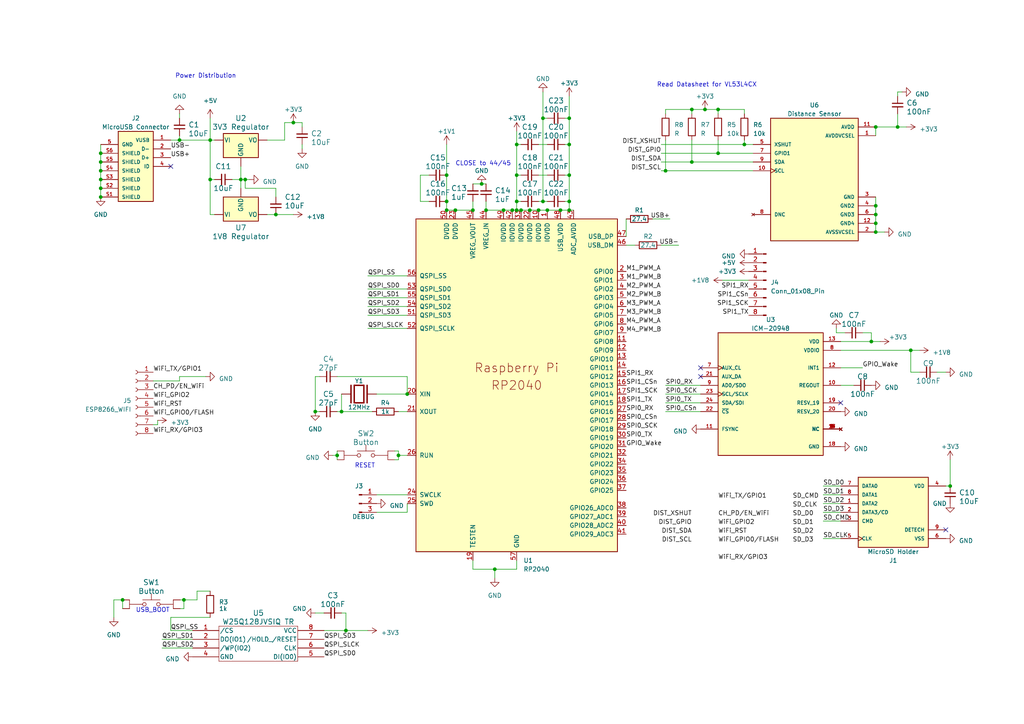
<source format=kicad_sch>
(kicad_sch (version 20230121) (generator eeschema)
  (paper "A4")
  (junction (at 29.21 44.45))
  (junction (at 69.85 52.07))
  (junction (at 165.1 50.8))
  (junction (at 260.35 36.83))
  (junction (at 208.28 31.75))
  (junction (at 149.86 41.91))
  (junction (at 254 62.23))
  (junction (at 149.86 50.8))
  (junction (at 52.07 40.64))
  (junction (at 129.54 58.42))
  (junction (at 157.48 58.42))
  (junction (at 165.1 58.42))
  (junction (at 275.59 140.97))
  (junction (at 149.86 58.42))
  (junction (at 156.21 60.96))
  (junction (at 162.56 60.96))
  (junction (at 165.1 41.91))
  (junction (at 100.33 182.88))
  (junction (at 132.08 60.96))
  (junction (at 264.16 101.6))
  (junction (at 115.57 132.08))
  (junction (at 143.51 165.1))
  (junction (at 99.06 119.38))
  (junction (at 200.66 31.75))
  (junction (at 118.11 114.3))
  (junction (at 60.96 40.64))
  (junction (at 71.12 52.07))
  (junction (at 60.96 52.07))
  (junction (at 29.21 46.99))
  (junction (at 151.13 60.96))
  (junction (at 140.97 60.96))
  (junction (at 139.7 53.34))
  (junction (at 129.54 50.8))
  (junction (at 29.21 54.61))
  (junction (at 165.1 60.96))
  (junction (at 254 64.77))
  (junction (at 129.54 60.96))
  (junction (at 29.21 49.53))
  (junction (at 254 59.69))
  (junction (at 252.73 99.06))
  (junction (at 35.56 173.99))
  (junction (at 146.05 60.96))
  (junction (at 208.28 44.45))
  (junction (at 149.86 60.96))
  (junction (at 91.44 119.38))
  (junction (at 193.04 49.53))
  (junction (at 97.79 132.08))
  (junction (at 158.75 60.96))
  (junction (at 254 67.31))
  (junction (at 204.47 31.75))
  (junction (at 29.21 52.07))
  (junction (at 153.67 60.96))
  (junction (at 53.34 173.99))
  (junction (at 215.9 41.91))
  (junction (at 200.66 46.99))
  (junction (at 85.09 35.56))
  (junction (at 29.21 57.15))
  (junction (at 165.1 34.29))
  (junction (at 80.01 62.23))
  (junction (at 148.59 60.96))
  (junction (at 254 36.83))
  (junction (at 157.48 34.29))
  (junction (at 137.16 60.96))
  (no_connect (at 49.53 48.26))
  (no_connect (at 243.84 116.84))
  (no_connect (at 274.32 153.67))
  (no_connect (at 203.2 106.68))
  (no_connect (at 203.2 109.22))
  (wire (pts (xy 115.57 132.08) (xy 118.11 132.08)))
  (wire (pts (xy 82.55 40.64) (xy 77.47 40.64)))
  (wire (pts (xy 191.77 71.12) (xy 196.85 71.12)))
  (wire (pts (xy 60.96 52.07) (xy 62.23 52.07)))
  (wire (pts (xy 165.1 34.29) (xy 165.1 41.91)))
  (wire (pts (xy 193.04 40.64) (xy 193.04 49.53)))
  (wire (pts (xy 200.66 40.64) (xy 200.66 46.99)))
  (wire (pts (xy 129.54 41.91) (xy 129.54 50.8)))
  (wire (pts (xy 29.21 49.53) (xy 29.21 52.07)))
  (wire (pts (xy 106.68 83.82) (xy 118.11 83.82)))
  (wire (pts (xy 29.21 54.61) (xy 29.21 57.15)))
  (wire (pts (xy 243.84 106.68) (xy 250.19 106.68)))
  (wire (pts (xy 82.55 35.56) (xy 82.55 40.64)))
  (wire (pts (xy 158.75 58.42) (xy 157.48 58.42)))
  (wire (pts (xy 193.04 33.02) (xy 193.04 31.75)))
  (wire (pts (xy 118.11 148.59) (xy 118.11 146.05)))
  (wire (pts (xy 143.51 165.1) (xy 143.51 167.64)))
  (wire (pts (xy 191.77 49.53) (xy 193.04 49.53)))
  (wire (pts (xy 193.04 119.38) (xy 203.2 119.38)))
  (wire (pts (xy 191.77 46.99) (xy 200.66 46.99)))
  (wire (pts (xy 157.48 34.29) (xy 157.48 58.42)))
  (wire (pts (xy 80.01 54.61) (xy 71.12 54.61)))
  (wire (pts (xy 165.1 41.91) (xy 163.83 41.91)))
  (wire (pts (xy 156.21 60.96) (xy 158.75 60.96)))
  (wire (pts (xy 118.11 114.3) (xy 118.11 109.22)))
  (wire (pts (xy 165.1 27.94) (xy 165.1 34.29)))
  (wire (pts (xy 33.02 173.99) (xy 35.56 173.99)))
  (wire (pts (xy 208.28 44.45) (xy 218.44 44.45)))
  (wire (pts (xy 124.46 50.8) (xy 121.92 50.8)))
  (wire (pts (xy 165.1 50.8) (xy 163.83 50.8)))
  (wire (pts (xy 243.84 99.06) (xy 252.73 99.06)))
  (wire (pts (xy 264.16 107.95) (xy 266.7 107.95)))
  (wire (pts (xy 200.66 31.75) (xy 204.47 31.75)))
  (wire (pts (xy 69.85 52.07) (xy 69.85 54.61)))
  (wire (pts (xy 97.79 130.81) (xy 97.79 132.08)))
  (wire (pts (xy 184.15 71.12) (xy 181.61 71.12)))
  (wire (pts (xy 200.66 31.75) (xy 200.66 33.02)))
  (wire (pts (xy 165.1 58.42) (xy 165.1 60.96)))
  (wire (pts (xy 254 64.77) (xy 254 67.31)))
  (wire (pts (xy 148.59 60.96) (xy 149.86 60.96)))
  (wire (pts (xy 149.86 60.96) (xy 151.13 60.96)))
  (wire (pts (xy 129.54 58.42) (xy 129.54 60.96)))
  (wire (pts (xy 157.48 26.67) (xy 157.48 34.29)))
  (wire (pts (xy 109.22 148.59) (xy 118.11 148.59)))
  (wire (pts (xy 91.44 109.22) (xy 91.44 119.38)))
  (wire (pts (xy 260.35 27.94) (xy 260.35 26.67)))
  (wire (pts (xy 132.08 60.96) (xy 137.16 60.96)))
  (wire (pts (xy 99.06 119.38) (xy 107.95 119.38)))
  (wire (pts (xy 208.28 31.75) (xy 215.9 31.75)))
  (wire (pts (xy 165.1 41.91) (xy 165.1 50.8)))
  (wire (pts (xy 106.68 86.36) (xy 118.11 86.36)))
  (wire (pts (xy 52.07 109.22) (xy 52.07 110.49)))
  (wire (pts (xy 208.28 33.02) (xy 208.28 31.75)))
  (wire (pts (xy 158.75 41.91) (xy 156.21 41.91)))
  (wire (pts (xy 193.04 114.3) (xy 203.2 114.3)))
  (wire (pts (xy 97.79 119.38) (xy 99.06 119.38)))
  (wire (pts (xy 238.76 140.97) (xy 243.84 140.97)))
  (wire (pts (xy 106.68 88.9) (xy 118.11 88.9)))
  (wire (pts (xy 106.68 95.25) (xy 118.11 95.25)))
  (wire (pts (xy 45.72 123.19) (xy 44.45 123.19)))
  (wire (pts (xy 143.51 165.1) (xy 149.86 165.1)))
  (wire (pts (xy 52.07 39.37) (xy 52.07 40.64)))
  (wire (pts (xy 209.55 81.28) (xy 217.17 81.28)))
  (wire (pts (xy 158.75 60.96) (xy 162.56 60.96)))
  (wire (pts (xy 69.85 52.07) (xy 71.12 52.07)))
  (wire (pts (xy 49.53 179.07) (xy 60.96 179.07)))
  (wire (pts (xy 57.15 173.99) (xy 57.15 171.45)))
  (wire (pts (xy 260.35 33.02) (xy 260.35 36.83)))
  (wire (pts (xy 139.7 53.34) (xy 140.97 53.34)))
  (wire (pts (xy 254 36.83) (xy 254 39.37)))
  (wire (pts (xy 49.53 182.88) (xy 55.88 182.88)))
  (wire (pts (xy 60.96 40.64) (xy 60.96 52.07)))
  (wire (pts (xy 146.05 60.96) (xy 148.59 60.96)))
  (wire (pts (xy 149.86 58.42) (xy 149.86 60.96)))
  (wire (pts (xy 115.57 119.38) (xy 118.11 119.38)))
  (wire (pts (xy 97.79 132.08) (xy 97.79 133.35)))
  (wire (pts (xy 100.33 177.8) (xy 100.33 182.88)))
  (wire (pts (xy 193.04 116.84) (xy 203.2 116.84)))
  (wire (pts (xy 52.07 110.49) (xy 44.45 110.49)))
  (wire (pts (xy 80.01 62.23) (xy 85.09 62.23)))
  (wire (pts (xy 165.1 50.8) (xy 165.1 58.42)))
  (wire (pts (xy 243.84 111.76) (xy 247.65 111.76)))
  (wire (pts (xy 71.12 54.61) (xy 71.12 52.07)))
  (wire (pts (xy 53.34 173.99) (xy 57.15 173.99)))
  (wire (pts (xy 137.16 162.56) (xy 137.16 165.1)))
  (wire (pts (xy 60.96 34.29) (xy 60.96 40.64)))
  (wire (pts (xy 106.68 91.44) (xy 118.11 91.44)))
  (wire (pts (xy 29.21 44.45) (xy 29.21 46.99)))
  (wire (pts (xy 215.9 40.64) (xy 215.9 41.91)))
  (wire (pts (xy 238.76 148.59) (xy 243.84 148.59)))
  (wire (pts (xy 59.69 109.22) (xy 52.07 109.22)))
  (wire (pts (xy 52.26 173.99) (xy 53.34 173.99)))
  (wire (pts (xy 91.44 119.38) (xy 92.71 119.38)))
  (wire (pts (xy 271.78 107.95) (xy 274.32 107.95)))
  (wire (pts (xy 165.1 58.42) (xy 163.83 58.42)))
  (wire (pts (xy 69.85 48.26) (xy 69.85 52.07)))
  (wire (pts (xy 151.13 50.8) (xy 149.86 50.8)))
  (wire (pts (xy 85.09 35.56) (xy 87.63 35.56)))
  (wire (pts (xy 109.22 143.51) (xy 118.11 143.51)))
  (wire (pts (xy 140.97 58.42) (xy 140.97 60.96)))
  (wire (pts (xy 157.48 34.29) (xy 158.75 34.29)))
  (wire (pts (xy 157.48 58.42) (xy 156.21 58.42)))
  (wire (pts (xy 238.76 143.51) (xy 243.84 143.51)))
  (wire (pts (xy 254 59.69) (xy 254 62.23)))
  (wire (pts (xy 53.34 173.99) (xy 53.34 176.53)))
  (wire (pts (xy 96.52 132.08) (xy 97.79 132.08)))
  (wire (pts (xy 93.98 182.88) (xy 100.33 182.88)))
  (wire (pts (xy 114.49 130.81) (xy 115.57 130.81)))
  (wire (pts (xy 106.68 80.01) (xy 118.11 80.01)))
  (wire (pts (xy 137.16 58.42) (xy 137.16 60.96)))
  (wire (pts (xy 189.23 63.5) (xy 194.31 63.5)))
  (wire (pts (xy 200.66 46.99) (xy 218.44 46.99)))
  (wire (pts (xy 215.9 41.91) (xy 218.44 41.91)))
  (wire (pts (xy 151.13 60.96) (xy 153.67 60.96)))
  (wire (pts (xy 87.63 41.91) (xy 87.63 43.18)))
  (wire (pts (xy 151.13 58.42) (xy 149.86 58.42)))
  (wire (pts (xy 52.07 33.02) (xy 52.07 34.29)))
  (wire (pts (xy 260.35 36.83) (xy 262.89 36.83)))
  (wire (pts (xy 238.76 156.21) (xy 243.84 156.21)))
  (wire (pts (xy 149.86 38.1) (xy 149.86 41.91)))
  (wire (pts (xy 215.9 31.75) (xy 215.9 33.02)))
  (wire (pts (xy 121.92 58.42) (xy 124.46 58.42)))
  (wire (pts (xy 250.19 96.52) (xy 252.73 96.52)))
  (wire (pts (xy 149.86 41.91) (xy 149.86 50.8)))
  (wire (pts (xy 163.83 34.29) (xy 165.1 34.29)))
  (wire (pts (xy 99.06 177.8) (xy 100.33 177.8)))
  (wire (pts (xy 52.07 40.64) (xy 60.96 40.64)))
  (wire (pts (xy 252.73 99.06) (xy 255.27 99.06)))
  (wire (pts (xy 71.12 52.07) (xy 72.39 52.07)))
  (wire (pts (xy 91.44 109.22) (xy 92.71 109.22)))
  (wire (pts (xy 242.57 96.52) (xy 242.57 95.25)))
  (wire (pts (xy 60.96 40.64) (xy 62.23 40.64)))
  (wire (pts (xy 129.54 50.8) (xy 129.54 58.42)))
  (wire (pts (xy 49.53 179.07) (xy 49.53 182.88)))
  (wire (pts (xy 204.47 31.75) (xy 208.28 31.75)))
  (wire (pts (xy 99.06 114.3) (xy 99.06 119.38)))
  (wire (pts (xy 181.61 63.5) (xy 181.61 68.58)))
  (wire (pts (xy 254 36.83) (xy 260.35 36.83)))
  (wire (pts (xy 29.21 52.07) (xy 29.21 54.61)))
  (wire (pts (xy 91.44 177.8) (xy 93.98 177.8)))
  (wire (pts (xy 82.55 35.56) (xy 85.09 35.56)))
  (wire (pts (xy 254 67.31) (xy 256.54 67.31)))
  (wire (pts (xy 87.63 35.56) (xy 87.63 36.83)))
  (wire (pts (xy 45.72 121.92) (xy 45.72 123.19)))
  (wire (pts (xy 57.15 171.45) (xy 60.96 171.45)))
  (wire (pts (xy 193.04 31.75) (xy 200.66 31.75)))
  (wire (pts (xy 149.86 50.8) (xy 149.86 58.42)))
  (wire (pts (xy 275.59 133.35) (xy 275.59 140.97)))
  (wire (pts (xy 254 62.23) (xy 254 64.77)))
  (wire (pts (xy 80.01 57.15) (xy 80.01 54.61)))
  (wire (pts (xy 153.67 60.96) (xy 156.21 60.96)))
  (wire (pts (xy 77.47 62.23) (xy 80.01 62.23)))
  (wire (pts (xy 254 57.15) (xy 254 59.69)))
  (wire (pts (xy 137.16 165.1) (xy 143.51 165.1)))
  (wire (pts (xy 238.76 146.05) (xy 243.84 146.05)))
  (wire (pts (xy 49.53 40.64) (xy 52.07 40.64)))
  (wire (pts (xy 121.92 50.8) (xy 121.92 58.42)))
  (wire (pts (xy 165.1 60.96) (xy 166.37 60.96)))
  (wire (pts (xy 193.04 111.76) (xy 203.2 111.76)))
  (wire (pts (xy 114.49 133.35) (xy 115.57 133.35)))
  (wire (pts (xy 109.22 114.3) (xy 118.11 114.3)))
  (wire (pts (xy 260.35 26.67) (xy 261.62 26.67)))
  (wire (pts (xy 243.84 101.6) (xy 264.16 101.6)))
  (wire (pts (xy 115.57 130.81) (xy 115.57 132.08)))
  (wire (pts (xy 46.99 185.42) (xy 55.88 185.42)))
  (wire (pts (xy 274.32 140.97) (xy 275.59 140.97)))
  (wire (pts (xy 191.77 41.91) (xy 215.9 41.91)))
  (wire (pts (xy 35.56 173.99) (xy 35.56 176.53)))
  (wire (pts (xy 29.21 41.91) (xy 29.21 44.45)))
  (wire (pts (xy 115.57 132.08) (xy 115.57 133.35)))
  (wire (pts (xy 193.04 49.53) (xy 218.44 49.53)))
  (wire (pts (xy 162.56 60.96) (xy 165.1 60.96)))
  (wire (pts (xy 129.54 60.96) (xy 132.08 60.96)))
  (wire (pts (xy 238.76 151.13) (xy 243.84 151.13)))
  (wire (pts (xy 158.75 50.8) (xy 156.21 50.8)))
  (wire (pts (xy 242.57 96.52) (xy 245.11 96.52)))
  (wire (pts (xy 208.28 44.45) (xy 208.28 40.64)))
  (wire (pts (xy 67.31 52.07) (xy 69.85 52.07)))
  (wire (pts (xy 62.23 62.23) (xy 60.96 62.23)))
  (wire (pts (xy 140.97 60.96) (xy 146.05 60.96)))
  (wire (pts (xy 264.16 101.6) (xy 264.16 107.95)))
  (wire (pts (xy 191.77 44.45) (xy 208.28 44.45)))
  (wire (pts (xy 149.86 162.56) (xy 149.86 165.1)))
  (wire (pts (xy 100.33 182.88) (xy 106.68 182.88)))
  (wire (pts (xy 29.21 46.99) (xy 29.21 49.53)))
  (wire (pts (xy 151.13 41.91) (xy 149.86 41.91)))
  (wire (pts (xy 97.79 109.22) (xy 118.11 109.22)))
  (wire (pts (xy 52.26 176.53) (xy 53.34 176.53)))
  (wire (pts (xy 33.02 173.99) (xy 33.02 179.07)))
  (wire (pts (xy 252.73 99.06) (xy 252.73 96.52)))
  (wire (pts (xy 60.96 52.07) (xy 60.96 62.23)))
  (wire (pts (xy 46.99 187.96) (xy 55.88 187.96)))
  (wire (pts (xy 264.16 101.6) (xy 266.7 101.6)))
  (wire (pts (xy 137.16 53.34) (xy 139.7 53.34)))
  (text "Power Distribution" (at 50.8 22.86 0) (effects (font (size 1.27 1.27)) (justify left bottom)))
  (text "Read Datasheet for VL53L4CX" (at 190.5 25.4 0) (effects (font (size 1.27 1.27)) (justify left bottom)))
  (text "RESET" (at 102.87 135.89 0) (effects (font (size 1.27 1.27)) (justify left bottom)))
  (text "USB_BOOT" (at 39.37 177.8 0) (effects (font (size 1.27 1.27)) (justify left bottom)))
  (text "CLOSE to 44/45" (at 132.08 48.26 0) (effects (font (size 1.27 1.27)) (justify left bottom)))
  (label "WiFi_RX{slash}GPIO3" (at 44.45 125.73 0))
  (label "USB-" (at 49.53 43.18 0))
  (label "QSPI_SD1" (at 46.99 185.42 0))
  (label "WiFi_GPIO0{slash}FLASH" (at 208.28 157.48 0))
  (label "M3_PWM_A" (at 181.61 88.9 0))
  (label "DIST_SDA" (at 191.77 46.99 180))
  (label "SD_D2" (at 238.76 146.05 0))
  (label "SD_CMD" (at 238.76 151.13 0))
  (label "USB+" (at 194.31 63.5 180))
  (label "QSPI_SLCK" (at 93.98 187.96 0))
  (label "QSPI_SD3" (at 93.98 185.42 0))
  (label "QSPI_SD3" (at 106.68 91.44 0))
  (label "SPI0_TX" (at 193.04 116.84 0))
  (label "SD_D1" (at 238.76 143.51 0))
  (label "USB-" (at 196.85 71.12 180))
  (label "SPI1_CSn" (at 181.61 111.76 0))
  (label "M3_PWM_B" (at 181.61 91.44 0))
  (label "WiFi_TX{slash}GPIO1" (at 208.28 144.78 0))
  (label "QSPI_SS" (at 49.53 182.88 0))
  (label "USB+" (at 49.53 45.72 0))
  (label "SPI1_SCK" (at 217.17 88.9 180))
  (label "SD_D0" (at 238.76 140.97 0))
  (label "DIST_GPIO" (at 191.77 44.45 180))
  (label "M2_PWM_A" (at 181.61 83.82 0))
  (label "SPI0_CSn" (at 193.04 119.38 0))
  (label "DIST_SCL" (at 191.77 49.53 180))
  (label "QSPI_SLCK" (at 106.68 95.25 0))
  (label "M4_PWM_B" (at 181.61 96.52 0))
  (label "CH_PD{slash}EN_WiFi" (at 208.28 149.86 0))
  (label "QSPI_SD2" (at 106.68 88.9 0))
  (label "WiFi_GPIO2" (at 44.45 115.57 0))
  (label "QSPI_SS" (at 106.68 80.01 0))
  (label "QSPI_SD0" (at 93.98 190.5 0))
  (label "SPI0_RX" (at 193.04 111.76 0))
  (label "SPI0_SCK" (at 193.04 114.3 0))
  (label "SD_CLK" (at 229.87 147.32 0))
  (label "M1_PWM_B" (at 181.61 81.28 0))
  (label "WiFi_RST" (at 208.28 154.94 0))
  (label "DIST_XSHUT" (at 200.66 149.86 180))
  (label "SD_CMD" (at 229.87 144.78 0))
  (label "GPIO_Wake" (at 181.61 129.54 0))
  (label "QSPI_SD1" (at 106.68 86.36 0))
  (label "GPIO_Wake" (at 250.19 106.68 0))
  (label "SPI0_TX" (at 181.61 127 0))
  (label "SPI0_CSn" (at 181.61 121.92 0))
  (label "QSPI_SD2" (at 46.99 187.96 0))
  (label "WiFi_RST" (at 44.45 118.11 0))
  (label "SD_D1" (at 229.87 152.4 0))
  (label "SPI1_TX" (at 217.17 91.44 180))
  (label "SD_CLK" (at 238.76 156.21 0))
  (label "CH_PD{slash}EN_WiFi" (at 44.45 113.03 0))
  (label "SD_D3" (at 229.87 157.48 0))
  (label "M1_PWM_A" (at 181.61 78.74 0))
  (label "SD_D2" (at 229.87 154.94 0))
  (label "M4_PWM_A" (at 181.61 93.98 0))
  (label "DIST_SCL" (at 200.66 157.48 180))
  (label "WiFi_GPIO2" (at 208.28 152.4 0))
  (label "WiFi_RX{slash}GPIO3" (at 208.28 162.56 0))
  (label "SPI0_RX" (at 181.61 119.38 0))
  (label "SD_D0" (at 229.87 149.86 0))
  (label "SD_D3" (at 238.76 148.59 0))
  (label "WiFi_TX{slash}GPIO1" (at 44.45 107.95 0))
  (label "DIST_GPIO" (at 200.66 152.4 180))
  (label "WiFi_GPIO0{slash}FLASH" (at 44.45 120.65 0))
  (label "SPI1_CSn" (at 217.17 86.36 180))
  (label "QSPI_SD0" (at 106.68 83.82 0))
  (label "SPI1_TX" (at 181.61 116.84 0))
  (label "SPI1_SCK" (at 181.61 114.3 0))
  (label "SPI0_SCK" (at 181.61 124.46 0))
  (label "M2_PWM_B" (at 181.61 86.36 0))
  (label "SPI1_RX" (at 181.61 109.22 0))
  (label "DIST_XSHUT" (at 191.77 41.91 180))
  (label "SPI1_RX" (at 217.17 83.82 180))
  (label "DIST_SDA" (at 200.66 154.94 180))
  (symbol (lib_id "Clocks:12MHz") (at 104.14 114.3 0) (unit 1)
    (property "Reference" "Y1" (at 104.14 110.49 0))
    (property "Value" "12MHz" (at 104.14 118.11 0))
    (property "Footprint" "XTAL_ABLS-12.000MHZ-K2-T" (effects hide))
    (property "PARTREV" "02.16.2021" (effects hide))
    (property "STANDARD" "Manufacturer Recommendations" (effects hide))
    (property "MAXIMUM_PACKAGE_HEIGHT" "4.2 mm" (effects hide))
    (property "MANUFACTURER" "Abracon" (effects hide))
  )
  (symbol (lib_id "Power:GND") (at 91.44 177.8 270) (unit 1)
    (property "Reference" "#PWR012" (effects hide))
    (property "Value" "GND" (at 88.9 176.53 90) (effects (justify right)))
  )
  (symbol (lib_id "Power:GND") (at 59.69 109.22 90) (unit 1)
    (property "Reference" "#PWR08" (effects hide))
    (property "Value" "GND" (at 63.5 109.855 90) (effects (justify right)))
  )
  (symbol (lib_id "Power:GND") (at 261.62 26.67 90) (unit 1)
    (property "Reference" "#PWR032" (effects hide))
    (property "Value" "GND" (at 265.43 27.305 90) (effects (justify right)))
  )
  (symbol (lib_id "Capacitors:100nF") (at 161.29 58.42 0) (unit 1)
    (property "Reference" "C22" (at 161.2836 53.34 0) (effects (font (size 1.524 1.524))))
    (property "Value" "100nF" (at 161.2836 55.88 0) (effects (font (size 1.524 1.524))))
    (property "Footprint" "GMC04X7R104K16NT:GMC04X7R104K16NT" (effects hide))
  )
  (symbol (lib_id "Power:GND") (at 274.32 107.95 90) (unit 1)
    (property "Reference" "#PWR028" (effects hide))
    (property "Value" "GND" (at 278.13 108.585 90) (effects (justify right)))
  )
  (symbol (lib_id "Power:+5V") (at 60.96 34.29 0) (mirror y) (unit 1)
    (property "Reference" "#PWR03" (effects hide))
    (property "Value" "+5V" (at 60.96 29.21 0))
  )
  (symbol (lib_id "Power:GND") (at 109.22 146.05 90) (unit 1)
    (property "Reference" "#PWR036" (effects hide))
    (property "Value" "GND" (at 113.03 146.685 90) (effects (justify right)))
  )
  (symbol (lib_id "Connector:Conn_01x08_Pin") (at 222.25 81.28 0) (mirror y) (unit 1)
    (property "Reference" "J4" (at 223.52 81.915 0) (effects (justify right)))
    (property "Value" "Conn_01x08_Pin" (at 223.52 84.455 0) (effects (justify right)))
  )
  (symbol (lib_id "Resistors:R") (at 193.04 36.83 270) (unit 1)
    (property "Reference" "R8" (at 195.58 36.195 90) (effects (justify left)))
    (property "Value" "R" (at 195.58 38.735 90) (effects (justify left)))
  )
  (symbol (lib_id "Capacitors:10uF") (at 52.07 36.83 270) (unit 1)
    (property "Reference" "C1" (at 54.61 36.1886 90) (effects (font (size 1.524 1.524)) (justify left)))
    (property "Value" "10uF" (at 54.61 38.7286 90) (effects (font (size 1.524 1.524)) (justify left)))
    (property "Footprint" "GMC10X5R106M10NT:CAP_GMC10_CCE" (effects hide))
  )
  (symbol (lib_id "Power:+3V3") (at 262.89 36.83 270) (unit 1)
    (property "Reference" "#PWR031" (effects hide))
    (property "Value" "+3.3V" (at 266.7 37.465 90) (effects (justify left)))
  )
  (symbol (lib_name "100nF_3") (lib_id "Capacitors:100nF") (at 247.65 96.52 0) (unit 1)
    (property "Reference" "C7" (at 247.6436 91.44 0) (effects (font (size 1.524 1.524))))
    (property "Value" "100nF" (at 247.6436 93.98 0) (effects (font (size 1.524 1.524))))
    (property "Footprint" "GMC04X7R104K16NT:GMC04X7R104K16NT" (effects hide))
  )
  (symbol (lib_id "Flash:W25Q128JVSIQ_TR") (at 34.29 189.23 0) (unit 1)
    (property "Reference" "U5" (at 74.93 177.8 0) (effects (font (size 1.524 1.524))))
    (property "Value" "W25Q128JVSIQ TR" (at 74.93 180.34 0) (effects (font (size 1.524 1.524))))
    (property "Footprint" "SOIC_208MIL_WIN" (effects hide))
    (property "Datasheet" "W25Q128JVSIQ TR" (effects hide))
  )
  (symbol (lib_id "Capacitors:100nF") (at 161.29 34.29 0) (unit 1)
    (property "Reference" "C23" (at 161.2836 29.21 0) (effects (font (size 1.524 1.524))))
    (property "Value" "100nF" (at 161.29 31.75 0) (effects (font (size 1.524 1.524))))
    (property "Footprint" "GMC04X7R104K16NT:GMC04X7R104K16NT" (effects hide))
  )
  (symbol (lib_id "Power:GND") (at 203.2 124.46 270) (unit 1)
    (property "Reference" "#PWR029" (effects hide))
    (property "Value" "GND" (at 199.39 125.095 90) (effects (justify right)))
  )
  (symbol (lib_id "Power:GND") (at 143.51 167.64 0) (unit 1)
    (property "Reference" "#PWR07" (effects hide))
    (property "Value" "GND" (at 143.51 172.72 0))
  )
  (symbol (lib_id "Power:+3V3") (at 85.09 35.56 0) (unit 1)
    (property "Reference" "#PWR06" (effects hide))
    (property "Value" "+3V3" (at 85.09 31.75 0))
  )
  (symbol (lib_id "Power:GND") (at 91.44 119.38 0) (unit 1)
    (property "Reference" "#PWR014" (effects hide))
    (property "Value" "GND" (at 91.44 124.46 0))
  )
  (symbol (lib_id "Capacitors:100nF") (at 127 58.42 0) (unit 1)
    (property "Reference" "C16" (at 126.9936 53.34 0) (effects (font (size 1.524 1.524))))
    (property "Value" "100nF" (at 126.9936 55.88 0) (effects (font (size 1.524 1.524))))
    (property "Footprint" "GMC04X7R104K16NT:GMC04X7R104K16NT" (effects hide))
  )
  (symbol (lib_id "Power:+3V3") (at 275.59 133.35 0) (unit 1)
    (property "Reference" "#PWR015" (effects hide))
    (property "Value" "+3V3" (at 275.59 129.54 0))
  )
  (symbol (lib_id "Power:+5V") (at 217.17 76.2 90) (mirror x) (unit 1)
    (property "Reference" "#PWR039" (effects hide))
    (property "Value" "+5V" (at 213.36 76.2 90) (effects (justify left)))
  )
  (symbol (lib_name "100nF_2") (lib_id "Capacitors:100nF") (at 260.35 30.48 90) (unit 1)
    (property "Reference" "C6" (at 262.89 29.8513 90) (effects (font (size 1.524 1.524)) (justify right)))
    (property "Value" "100nF" (at 262.89 32.3913 90) (effects (font (size 1.524 1.524)) (justify right)))
    (property "Footprint" "GMC04X7R104K16NT:GMC04X7R104K16NT" (effects hide))
  )
  (symbol (lib_id "IO:4 Pin Button") (at 44.45 175.26 0) (unit 1)
    (property "Reference" "SW1" (at 43.91 168.91 0) (effects (font (size 1.524 1.524))))
    (property "Value" "Button" (at 43.91 171.45 0) (effects (font (size 1.524 1.524))))
    (property "Footprint" "PTS 647 SN50 SMTR2 LFS" (effects hide))
    (property "Datasheet" "PTS 647 SN50 SMTR2 LFS" (effects hide))
  )
  (symbol (lib_id "Resistors:1kOhm") (at 60.96 175.26 90) (unit 1)
    (property "Reference" "R3" (at 63.5 174.625 90) (effects (justify right)))
    (property "Value" "1k" (at 63.5 176.53 90) (effects (justify right)))
    (property "Footprint" "RC0402FR-071KL:RESC1005X40" (effects hide))
  )
  (symbol (lib_id "uSD Holder:MEM2051-00-195-00-A") (at 259.08 148.59 0) (unit 1)
    (property "Reference" "J1" (at 259.08 162.56 0))
    (property "Value" "MicroSD Holder" (at 259.08 160.02 0))
    (property "Footprint" "MEM2051-00-195-00-A:GCT_MEM2051-00-195-00-A" (effects hide))
    (property "MANUFACTURER" "GCT" (effects hide))
  )
  (symbol (lib_id "Power:GND") (at 55.88 190.5 270) (unit 1)
    (property "Reference" "#PWR010" (effects hide))
    (property "Value" "GND" (at 52.07 191.135 90) (effects (justify right)))
  )
  (symbol (lib_id "Capacitors:100nF") (at 153.67 50.8 0) (unit 1)
    (property "Reference" "C18" (at 153.6636 45.72 0) (effects (font (size 1.524 1.524))))
    (property "Value" "100nF" (at 153.6636 48.26 0) (effects (font (size 1.524 1.524))))
    (property "Footprint" "GMC04X7R104K16NT:GMC04X7R104K16NT" (effects hide))
  )
  (symbol (lib_id "Power:+1V8") (at 85.09 62.23 270) (unit 1)
    (property "Reference" "#PWR017" (effects hide))
    (property "Value" "+1V8" (at 88.9 62.865 90) (effects (justify left)))
  )
  (symbol (lib_id "Voltage Regulators:3V3 Regulator") (at 69.85 41.91 0) (unit 1)
    (property "Reference" "U2" (at 69.85 34.29 0) (effects (font (size 1.524 1.524))))
    (property "Value" "3V3 Regulator" (at 69.85 36.83 0) (effects (font (size 1.524 1.524))))
    (property "Footprint" "NCP1117LPST33T3G:SOT230P700X175-4N" (effects hide))
    (property "Datasheet" "NCP1117ST18T3G" (effects hide))
  )
  (symbol (lib_id "Power:GND") (at 275.59 146.05 0) (unit 1)
    (property "Reference" "#PWR019" (effects hide))
    (property "Value" "GND" (at 270.51 146.05 0) (effects (justify left)))
  )
  (symbol (lib_id "Power:+3V3") (at 255.27 99.06 270) (unit 1)
    (property "Reference" "#PWR011" (effects hide))
    (property "Value" "+3V3" (at 257.81 97.79 90) (effects (justify left)))
  )
  (symbol (lib_id "Capacitors:100nF") (at 127 50.8 0) (unit 1)
    (property "Reference" "C15" (at 126.9936 45.72 0) (effects (font (size 1.524 1.524))))
    (property "Value" "100nF" (at 126.9936 48.26 0) (effects (font (size 1.524 1.524))))
    (property "Footprint" "GMC04X7R104K16NT:GMC04X7R104K16NT" (effects hide))
  )
  (symbol (lib_id "Power:+1V8") (at 209.55 81.28 90) (unit 1)
    (property "Reference" "#PWR040" (effects hide))
    (property "Value" "+1V8" (at 205.74 81.28 90) (effects (justify left)))
  )
  (symbol (lib_name "100nF_4") (lib_id "Capacitors:100nF") (at 250.19 111.76 0) (unit 1)
    (property "Reference" "C8" (at 250.19 109.22 0) (effects (font (size 1.524 1.524))))
    (property "Value" "100nF" (at 250.19 114.3 0) (effects (font (size 1.524 1.524))))
    (property "Footprint" "GMC04X7R104K16NT:GMC04X7R104K16NT" (effects hide))
  )
  (symbol (lib_id "Capacitors:100nF") (at 161.29 41.91 0) (unit 1)
    (property "Reference" "C20" (at 161.2836 36.83 0) (effects (font (size 1.524 1.524))))
    (property "Value" "100nF" (at 161.2836 39.37 0) (effects (font (size 1.524 1.524))))
    (property "Footprint" "GMC04X7R104K16NT:GMC04X7R104K16NT" (effects hide))
  )
  (symbol (lib_id "Capacitors:10uF") (at 80.01 59.69 270) (unit 1)
    (property "Reference" "C12" (at 82.55 57.15 90) (effects (font (size 1.524 1.524)) (justify left)))
    (property "Value" "10uF" (at 82.55 59.69 90) (effects (font (size 1.524 1.524)) (justify left)))
    (property "Footprint" "GMC10X5R106M10NT:CAP_GMC10_CCE" (effects hide))
  )
  (symbol (lib_id "Power:+3V3") (at 217.17 78.74 90) (unit 1)
    (property "Reference" "#PWR038" (effects hide))
    (property "Value" "+3V3" (at 208.28 78.74 90) (effects (justify right)))
  )
  (symbol (lib_id "Power:GND") (at 96.52 132.08 270) (unit 1)
    (property "Reference" "#PWR035" (effects hide))
    (property "Value" "GND" (at 92.71 132.715 90) (effects (justify right)))
  )
  (symbol (lib_id "Distance Sensors:VL53L4CXV0DH{slash}1") (at 236.22 52.07 0) (unit 1)
    (property "Reference" "U6" (at 236.22 30.48 0))
    (property "Value" "Distance Sensor" (at 236.22 33.02 0))
    (property "Footprint" "VL53L4CXV0DH_1:XCDR_VL53L4CXV0DH_1" (effects hide))
    (property "PARTREV" "4" (effects hide))
    (property "STANDARD" "Manufacturer Recommendations" (effects hide))
    (property "SNAPEDA_PN" "VL53L4CXV0DH/1" (effects hide))
    (property "MAXIMUM_PACKAGE_HEIGHT" "1.05mm" (effects hide))
    (property "MANUFACTURER" "STMicroelectronics" (effects hide))
  )
  (symbol (lib_id "Power:GND") (at 252.73 111.76 90) (mirror x) (unit 1)
    (property "Reference" "#PWR025" (effects hide))
    (property "Value" "GND" (at 256.54 112.395 90) (effects (justify right)))
  )
  (symbol (lib_id "MicroUSB Connector:10118193-0001LF") (at 39.37 48.26 0) (mirror y) (unit 1)
    (property "Reference" "J2" (at 39.37 34.29 0))
    (property "Value" "MicroUSB Connector" (at 39.37 36.83 0))
    (property "Footprint" "AMPHENOL_10118193-0001LF" (effects hide))
    (property "PARTREV" "E" (effects hide))
    (property "MANUFACTURER" "Amphenol FCI" (effects hide))
    (property "MAXIMUM_PACKAGE_HEIGHT" "2.55 mm" (effects hide))
    (property "STANDARD" "Manufacturer Recommendations" (effects hide))
  )
  (symbol (lib_id "Power:GND") (at 29.21 57.15 0) (unit 1)
    (property "Reference" "#PWR01" (effects hide))
    (property "Value" "GND" (at 29.21 62.23 0))
  )
  (symbol (lib_id "Power:+3V3") (at 204.47 31.75 0) (unit 1)
    (property "Reference" "#PWR041" (effects hide))
    (property "Value" "+3V3" (at 204.47 27.94 0))
  )
  (symbol (lib_id "Power:+3V3") (at 165.1 27.94 0) (unit 1)
    (property "Reference" "#PWR033" (effects hide))
    (property "Value" "+3V3" (at 165.1 24.13 0))
  )
  (symbol (lib_id "Power:GND") (at 87.63 43.18 0) (unit 1)
    (property "Reference" "#PWR05" (effects hide))
    (property "Value" "GND" (at 87.63 48.26 0))
  )
  (symbol (lib_id "Power:GND") (at 157.48 26.67 0) (mirror x) (unit 1)
    (property "Reference" "#PWR022" (effects hide))
    (property "Value" "GND" (at 157.48 22.86 0))
  )
  (symbol (lib_id "Power:+1V8") (at 266.7 101.6 270) (unit 1)
    (property "Reference" "#PWR018" (effects hide))
    (property "Value" "+1V8" (at 270.51 102.235 90) (effects (justify left)))
  )
  (symbol (lib_id "Power:GND") (at 274.32 156.21 90) (unit 1)
    (property "Reference" "#PWR021" (effects hide))
    (property "Value" "GND" (at 278.13 156.845 90) (effects (justify right)))
  )
  (symbol (lib_id "Capacitors:1uF") (at 137.16 55.88 270) (unit 1)
    (property "Reference" "C13" (at 130.81 54.61 90) (effects (font (size 1.524 1.524)) (justify left)))
    (property "Value" "1uF" (at 130.81 57.15 90) (effects (font (size 1.524 1.524)) (justify left)))
    (property "Footprint" "GMC04X5R105K16NT:GMC04X5R105K16NT" (effects hide))
  )
  (symbol (lib_id "Power:GND") (at 52.07 33.02 0) (mirror x) (unit 1)
    (property "Reference" "#PWR02" (effects hide))
    (property "Value" "GND" (at 52.07 27.94 0))
  )
  (symbol (lib_id "Power:GND") (at 243.84 119.38 90) (unit 1)
    (property "Reference" "#PWR024" (effects hide))
    (property "Value" "GND" (at 247.65 120.015 90) (effects (justify right)))
  )
  (symbol (lib_id "IMUs:ICM-20948") (at 223.52 114.3 0) (unit 1)
    (property "Reference" "U3" (at 223.52 92.71 0))
    (property "Value" "ICM-20948" (at 223.52 95.25 0))
    (property "Footprint" "QFN40P300X300X105-24N" (effects hide))
    (property "PARTREV" "1.3" (effects hide))
    (property "MANUFACTURER" "TDK InvenSense" (effects hide))
    (property "MAXIMUM_PACKAGE_HEIGHT" "1.05 mm" (effects hide))
    (property "STANDARD" "IPC 7351B" (effects hide))
  )
  (symbol (lib_id "IO:4 Pin Button") (at 106.68 132.08 0) (unit 1)
    (property "Reference" "SW2" (at 106.14 125.73 0) (effects (font (size 1.524 1.524))))
    (property "Value" "Button" (at 106.14 128.27 0) (effects (font (size 1.524 1.524))))
    (property "Footprint" "PTS 647 SN50 SMTR2 LFS" (effects hide))
    (property "Datasheet" "PTS 647 SN50 SMTR2 LFS" (effects hide))
  )
  (symbol (lib_id "Capacitors:10uF") (at 64.77 52.07 0) (unit 1)
    (property "Reference" "C11" (at 64.77 48.26 0) (effects (font (size 1.524 1.524))))
    (property "Value" "10uF" (at 64.77 54.61 0) (effects (font (size 1.524 1.524))))
    (property "Footprint" "GMC10X5R106M10NT:CAP_GMC10_CCE" (effects hide))
  )
  (symbol (lib_id "Capacitors:100nF") (at 153.67 58.42 0) (unit 1)
    (property "Reference" "C17" (at 153.6636 53.34 0) (effects (font (size 1.524 1.524))))
    (property "Value" "100nF" (at 153.6636 55.88 0) (effects (font (size 1.524 1.524))))
    (property "Footprint" "GMC04X7R104K16NT:GMC04X7R104K16NT" (effects hide))
  )
  (symbol (lib_name "100nF_1") (lib_id "Capacitors:100nF") (at 96.52 177.8 0) (unit 1)
    (property "Reference" "C3" (at 96.5136 172.72 0) (effects (font (size 1.524 1.524))))
    (property "Value" "100nF" (at 96.5136 175.26 0) (effects (font (size 1.524 1.524))))
    (property "Footprint" "GMC04X7R104K16NT:GMC04X7R104K16NT" (effects hide))
  )
  (symbol (lib_id "Power:+3V3") (at 106.68 182.88 270) (unit 1)
    (property "Reference" "#PWR016" (effects hide))
    (property "Value" "+3V3" (at 110.49 183.515 90) (effects (justify left)))
  )
  (symbol (lib_id "Capacitors:10uF") (at 87.63 39.37 270) (unit 1)
    (property "Reference" "C2" (at 90.17 38.7286 90) (effects (font (size 1.524 1.524)) (justify left)))
    (property "Value" "10uF" (at 90.17 41.2686 90) (effects (font (size 1.524 1.524)) (justify left)))
    (property "Footprint" "GMC10X5R106M10NT:CAP_GMC10_CCE" (effects hide))
  )
  (symbol (lib_id "Resistors:R") (at 200.66 36.83 270) (unit 1)
    (property "Reference" "R7" (at 203.2 36.195 90) (effects (justify left)))
    (property "Value" "R" (at 203.2 38.735 90) (effects (justify left)))
  )
  (symbol (lib_id "Power:GND") (at 139.7 53.34 180) (unit 1)
    (property "Reference" "#PWR020" (effects hide))
    (property "Value" "GND" (at 139.7 49.53 0))
  )
  (symbol (lib_id "Capacitors:100nF") (at 161.29 50.8 0) (unit 1)
    (property "Reference" "C21" (at 161.2836 45.72 0) (effects (font (size 1.524 1.524))))
    (property "Value" "100nF" (at 161.2836 48.26 0) (effects (font (size 1.524 1.524))))
    (property "Footprint" "GMC04X7R104K16NT:GMC04X7R104K16NT" (effects hide))
  )
  (symbol (lib_id "Power:+3V3") (at 45.72 121.92 270) (unit 1)
    (property "Reference" "#PWR030" (effects hide))
    (property "Value" "+3V3" (at 49.53 122.555 90) (effects (justify left)))
  )
  (symbol (lib_id "Resistors:27.4Ohm") (at 187.96 71.12 0) (unit 1)
    (property "Reference" "R2" (at 187.96 68.58 0))
    (property "Value" "27.4" (at 187.96 71.12 0))
    (property "Footprint" "RMCF0402FT27R4:RESC1005X35N" (effects hide))
  )
  (symbol (lib_id "Power:+1V1") (at 129.54 41.91 0) (unit 1)
    (property "Reference" "#PWR027" (effects hide))
    (property "Value" "+1V1" (at 129.54 38.1 0))
  )
  (symbol (lib_id "Power:GND") (at 243.84 129.54 90) (mirror x) (unit 1)
    (property "Reference" "#PWR09" (effects hide))
    (property "Value" "GND" (at 247.65 130.175 90) (effects (justify right)))
  )
  (symbol (lib_id "Power:GND") (at 217.17 73.66 270) (unit 1)
    (property "Reference" "#PWR037" (effects hide))
    (property "Value" "GND" (at 213.36 74.295 90) (effects (justify right)))
  )
  (symbol (lib_id "Power:GND") (at 72.39 52.07 90) (unit 1)
    (property "Reference" "#PWR04" (effects hide))
    (property "Value" "GND" (at 76.2 52.705 90) (effects (justify right)))
  )
  (symbol (lib_id "Resistors:10kOhm") (at 215.9 36.83 270) (unit 1)
    (property "Reference" "R6" (at 218.44 36.195 90) (effects (justify left)))
    (property "Value" "10k" (at 218.44 38.735 90) (effects (justify left)))
  )
  (symbol (lib_id "Power:GND") (at 256.54 67.31 90) (unit 1)
    (property "Reference" "#PWR026" (effects hide))
    (property "Value" "GND" (at 260.35 67.945 90) (effects (justify right)))
  )
  (symbol (lib_id "Voltage Regulators:1V8 Regulator") (at 69.85 60.96 0) (mirror x) (unit 1)
    (property "Reference" "U7" (at 69.85 66.04 0) (effects (font (size 1.524 1.524))))
    (property "Value" "1V8 Regulator" (at 69.85 68.58 0) (effects (font (size 1.524 1.524))))
    (property "Footprint" "NCP1117ST18T3G:SOT223-3_ONS" (effects hide))
    (property "Datasheet" "NCP1117ST18T3G" (effects hide))
  )
  (symbol (lib_id "Capacitors:27pF") (at 95.25 109.22 0) (unit 1)
    (property "Reference" "C4" (at 95.2436 104.14 0) (effects (font (size 1.524 1.524))))
    (property "Value" "27pF" (at 95.2436 106.68 0) (effects (font (size 1.524 1.524))))
    (property "Footprint" "C0402C270F5GAC:CAPC1005X55N" (effects hide))
  )
  (symbol (lib_id "Resistors:10kOhm") (at 208.28 36.83 270) (unit 1)
    (property "Reference" "R5" (at 210.82 36.195 90) (effects (justify left)))
    (property "Value" "10k" (at 210.82 38.735 90) (effects (justify left)))
  )
  (symbol (lib_id "Connector:Conn_01x03_Pin") (at 104.14 146.05 0) (unit 1)
    (property "Reference" "J3" (at 104.14 140.97 0))
    (property "Value" "DEBUG" (at 105.41 149.86 0))
    (property "Footprint" "Connector_PinHeader_2.54mm:PinHeader_1x03_P2.54mm_Vertical" (effects hide))
  )
  (symbol (lib_id "Power:GND") (at 242.57 95.25 180) (unit 1)
    (property "Reference" "#PWR023" (effects hide))
    (property "Value" "GND" (at 242.57 91.44 0))
  )
  (symbol (lib_id "Capacitors:27pF") (at 95.25 119.38 0) (unit 1)
    (property "Reference" "C5" (at 95.2436 114.3 0) (effects (font (size 1.524 1.524))))
    (property "Value" "27pF" (at 95.2436 116.84 0) (effects (font (size 1.524 1.524))))
    (property "Footprint" "C0402C270F5GAC:CAPC1005X55N" (effects hide))
  )
  (symbol (lib_id "Microcontrollers:RP2040") (at 149.86 111.76 0) (unit 1)
    (property "Reference" "U1" (at 151.8159 162.56 0) (effects (justify left)))
    (property "Value" "RP2040" (at 151.8159 165.1 0) (effects (justify left)))
    (property "Footprint" "RP2040:RP2040-QFN-56" (effects hide))
  )
  (symbol (lib_id "Power:+3V3") (at 149.86 38.1 0) (unit 1)
    (property "Reference" "#PWR034" (effects hide))
    (property "Value" "+3V3" (at 149.86 34.29 0))
  )
  (symbol (lib_id "Capacitors:1uF") (at 140.97 55.88 270) (unit 1)
    (property "Reference" "C14" (at 143.51 55.2386 90) (effects (font (size 1.524 1.524)) (justify left)))
    (property "Value" "1uF" (at 143.51 57.7786 90) (effects (font (size 1.524 1.524)) (justify left)))
    (property "Footprint" "GMC04X5R105K16NT:GMC04X5R105K16NT" (effects hide))
  )
  (symbol (lib_id "Power:GND") (at 33.02 179.07 0) (unit 1)
    (property "Reference" "#PWR013" (effects hide))
    (property "Value" "GND" (at 33.02 184.15 0))
  )
  (symbol (lib_id "Resistors:27.4Ohm") (at 185.42 63.5 0) (unit 1)
    (property "Reference" "R1" (at 185.42 60.96 0))
    (property "Value" "27.4" (at 185.42 63.5 0))
    (property "Footprint" "RMCF0402FT27R4:RESC1005X35N" (effects hide))
  )
  (symbol (lib_id "Capacitors:10uF") (at 275.59 143.51 270) (unit 1)
    (property "Reference" "C10" (at 278.13 142.8686 90) (effects (font (size 1.524 1.524)) (justify left)))
    (property "Value" "10uF" (at 278.13 145.4086 90) (effects (font (size 1.524 1.524)) (justify left)))
    (property "Footprint" "GMC10X5R106M10NT:CAP_GMC10_CCE" (effects hide))
  )
  (symbol (lib_id "Connector:Conn_01x08_Socket") (at 39.37 115.57 0) (mirror y) (unit 1)
    (property "Reference" "J5" (at 38.1 116.205 0) (effects (justify left)))
    (property "Value" "ESP8266_WIFI" (at 38.1 118.745 0) (effects (justify left)))
    (property "Footprint" "Connector_PinSocket_2.54mm:PinSocket_2x04_P2.54mm_Vertical" (effects hide))
  )
  (symbol (lib_id "Capacitors:100nF") (at 153.67 41.91 0) (unit 1)
    (property "Reference" "C19" (at 153.6636 36.83 0) (effects (font (size 1.524 1.524))))
    (property "Value" "100nF" (at 153.6636 39.37 0) (effects (font (size 1.524 1.524))))
    (property "Footprint" "GMC04X7R104K16NT:GMC04X7R104K16NT" (effects hide))
  )
  (symbol (lib_id "Capacitors:100nF") (at 269.24 107.95 0) (unit 1)
    (property "Reference" "C9" (at 269.24 105.41 0) (effects (font (size 1.524 1.524))))
    (property "Value" "100nF" (at 269.24 110.49 0) (effects (font (size 1.524 1.524))))
    (property "Footprint" "GMC04X7R104K16NT:GMC04X7R104K16NT" (effects hide))
  )
  (symbol (lib_id "Resistors:1kOhm") (at 111.76 119.38 0) (unit 1)
    (property "Reference" "R4" (at 111.76 116.84 0))
    (property "Value" "1k" (at 111.76 119.38 0))
    (property "Footprint" "RC0402FR-071KL:RESC1005X40" (effects hide))
  )
)
</source>
